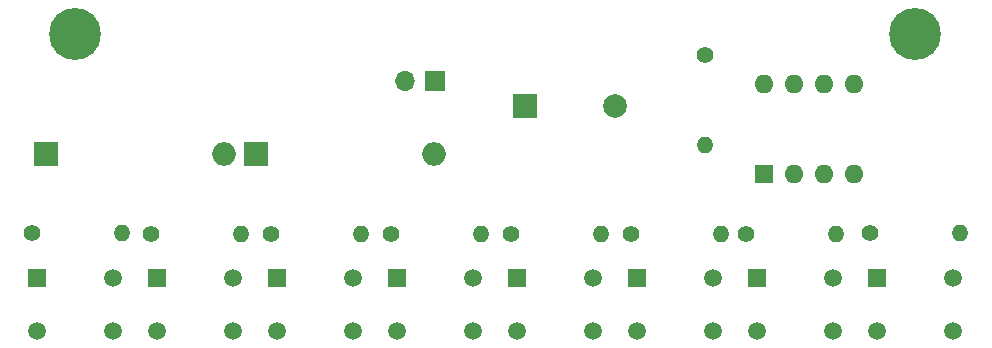
<source format=gbr>
%TF.GenerationSoftware,KiCad,Pcbnew,(6.0.7)*%
%TF.CreationDate,2022-08-03T09:20:52-07:00*%
%TF.ProjectId,PianoKeychain,5069616e-6f4b-4657-9963-6861696e2e6b,rev?*%
%TF.SameCoordinates,Original*%
%TF.FileFunction,Soldermask,Bot*%
%TF.FilePolarity,Negative*%
%FSLAX46Y46*%
G04 Gerber Fmt 4.6, Leading zero omitted, Abs format (unit mm)*
G04 Created by KiCad (PCBNEW (6.0.7)) date 2022-08-03 09:20:52*
%MOMM*%
%LPD*%
G01*
G04 APERTURE LIST*
%ADD10R,1.498000X1.498000*%
%ADD11C,1.498000*%
%ADD12C,1.400000*%
%ADD13O,1.400000X1.400000*%
%ADD14C,4.400000*%
%ADD15R,2.000000X2.000000*%
%ADD16O,2.000000X2.000000*%
%ADD17R,1.600000X1.600000*%
%ADD18O,1.600000X1.600000*%
%ADD19C,2.000000*%
%ADD20R,1.700000X1.700000*%
%ADD21O,1.700000X1.700000*%
G04 APERTURE END LIST*
D10*
%TO.C,SW6*%
X126290000Y-137450000D03*
D11*
X132790000Y-137450000D03*
X126290000Y-141950000D03*
X132790000Y-141950000D03*
%TD*%
D12*
%TO.C,R8*%
X166068282Y-133711832D03*
D13*
X173688282Y-133711832D03*
%TD*%
D14*
%TO.C,Mount*%
X109220000Y-116840000D03*
%TD*%
D15*
%TO.C,C1*%
X124580000Y-127000000D03*
D16*
X139580000Y-127000000D03*
%TD*%
D10*
%TO.C,SW1*%
X177090000Y-137450000D03*
D11*
X183590000Y-137450000D03*
X177090000Y-141950000D03*
X183590000Y-141950000D03*
%TD*%
D17*
%TO.C,U1*%
X167511421Y-128681359D03*
D18*
X170051421Y-128681359D03*
X172591421Y-128681359D03*
X175131421Y-128681359D03*
X175131421Y-121061359D03*
X172591421Y-121061359D03*
X170051421Y-121061359D03*
X167511421Y-121061359D03*
%TD*%
D10*
%TO.C,SW8*%
X105970000Y-137450000D03*
D11*
X112470000Y-137450000D03*
X105970000Y-141950000D03*
X112470000Y-141950000D03*
%TD*%
D10*
%TO.C,SW7*%
X116130000Y-137450000D03*
D11*
X122630000Y-137450000D03*
X116130000Y-141950000D03*
X122630000Y-141950000D03*
%TD*%
D13*
%TO.C,R9*%
X184150000Y-133700000D03*
D12*
X176530000Y-133700000D03*
%TD*%
D15*
%TO.C,C2*%
X106800000Y-127000000D03*
D16*
X121800000Y-127000000D03*
%TD*%
D10*
%TO.C,SW2*%
X166930000Y-137450000D03*
D11*
X173430000Y-137450000D03*
X166930000Y-141950000D03*
X173430000Y-141950000D03*
%TD*%
D12*
%TO.C,R7*%
X156258282Y-133711832D03*
D13*
X163878282Y-133711832D03*
%TD*%
D14*
%TO.C,Mount*%
X180340000Y-116840000D03*
%TD*%
D10*
%TO.C,SW5*%
X136450000Y-137450000D03*
D11*
X142950000Y-137450000D03*
X136450000Y-141950000D03*
X142950000Y-141950000D03*
%TD*%
D12*
%TO.C,R4*%
X125778282Y-133711832D03*
D13*
X133398282Y-133711832D03*
%TD*%
D12*
%TO.C,R1*%
X162560000Y-118618000D03*
D13*
X162560000Y-126238000D03*
%TD*%
D12*
%TO.C,R2*%
X105565184Y-133699249D03*
D13*
X113185184Y-133699249D03*
%TD*%
D15*
%TO.C,LS1*%
X147292631Y-122878259D03*
D19*
X154892631Y-122878259D03*
%TD*%
D12*
%TO.C,R3*%
X115618282Y-133711832D03*
D13*
X123238282Y-133711832D03*
%TD*%
D10*
%TO.C,SW3*%
X156770000Y-137450000D03*
D11*
X163270000Y-137450000D03*
X156770000Y-141950000D03*
X163270000Y-141950000D03*
%TD*%
D12*
%TO.C,R5*%
X135938282Y-133711832D03*
D13*
X143558282Y-133711832D03*
%TD*%
D10*
%TO.C,SW4*%
X146610000Y-137450000D03*
D11*
X153110000Y-137450000D03*
X146610000Y-141950000D03*
X153110000Y-141950000D03*
%TD*%
D12*
%TO.C,R6*%
X146098282Y-133711832D03*
D13*
X153718282Y-133711832D03*
%TD*%
D20*
%TO.C,BT1*%
X139700000Y-120772446D03*
D21*
X137160000Y-120772446D03*
%TD*%
M02*

</source>
